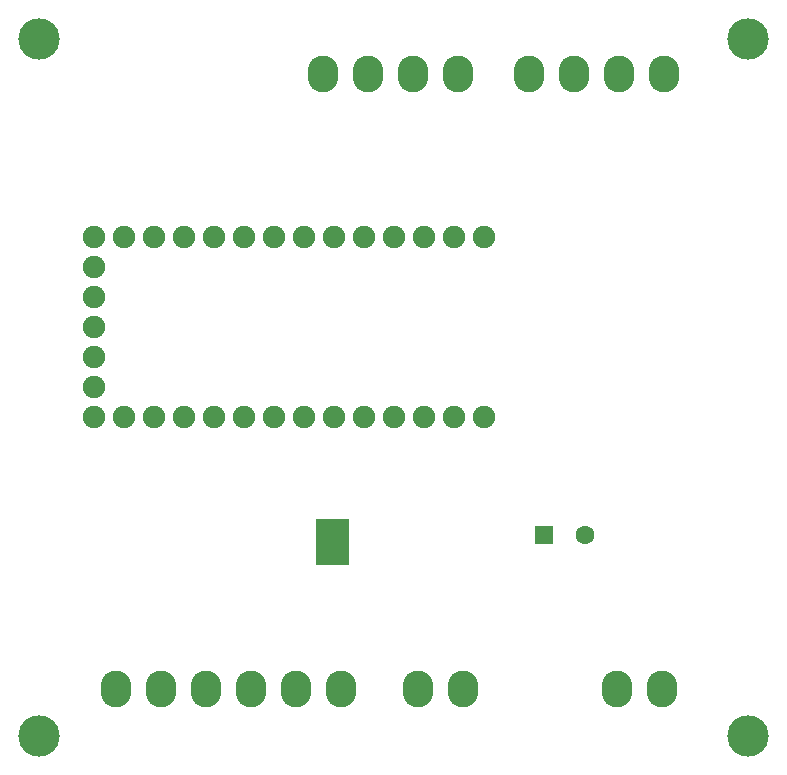
<source format=gbr>
%TF.GenerationSoftware,Novarm,DipTrace,3.3.1.3*%
%TF.CreationDate,2020-07-03T15:38:03+00:00*%
%FSLAX35Y35*%
%MOMM*%
%TF.FileFunction,Soldermask,Bot*%
%TF.Part,Single*%
%ADD40C,3.5*%
%ADD48C,1.9*%
%ADD50O,2.6X3.1*%
%ADD57C,1.6*%
%ADD58R,1.6X1.6*%
G75*
G01*
%LPD*%
D58*
X4921250Y2349500D3*
D57*
X5271250D3*
D40*
X650000Y650000D3*
Y6550000D3*
X6650000Y650000D3*
Y6550000D3*
D50*
X5921400Y1050000D3*
X5540400D3*
X3048000Y6250000D3*
X3429000D3*
X3810000D3*
X4191000D3*
X4238600Y1050000D3*
X3857600D3*
X3206700D3*
X2825700D3*
X2444700D3*
X2063700D3*
X1682700D3*
X1301700D3*
X4794300Y6250000D3*
X5175300D3*
X5556300D3*
X5937300D3*
D48*
X4413250Y4873623D3*
X4159250D3*
X3905250D3*
X3651250D3*
X3397250D3*
X3143250D3*
X2889250D3*
X2635250D3*
X2381250D3*
X2127250D3*
X1873250D3*
X1619250D3*
X1365250D3*
X1111250D3*
Y4619623D3*
Y4365623D3*
Y4111623D3*
Y3857623D3*
Y3603623D3*
X4413250Y3349623D3*
X4159250D3*
X3905250D3*
X3651250D3*
X3397250D3*
X3143250D3*
X2889250D3*
X2635250D3*
X2381250D3*
X2127250D3*
X1873250D3*
X1619250D3*
X1365250D3*
X1111250D3*
G36*
X2990000Y2490000D2*
X3275000D1*
Y2100000D1*
X2990000D1*
Y2490000D1*
G37*
M02*

</source>
